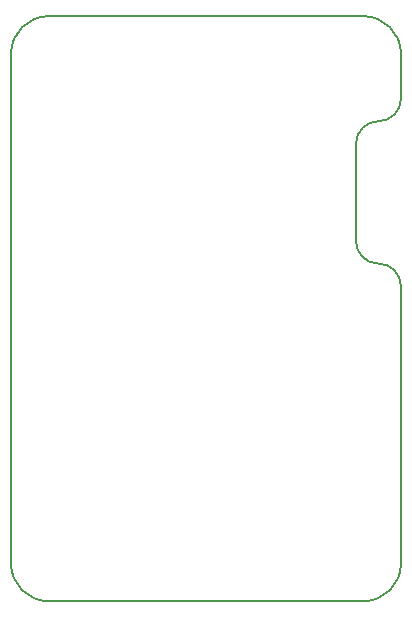
<source format=gbr>
G04 #@! TF.GenerationSoftware,KiCad,Pcbnew,5.1.5*
G04 #@! TF.CreationDate,2020-03-16T00:35:52-04:00*
G04 #@! TF.ProjectId,dot-driver,646f742d-6472-4697-9665-722e6b696361,rev?*
G04 #@! TF.SameCoordinates,Original*
G04 #@! TF.FileFunction,Profile,NP*
%FSLAX46Y46*%
G04 Gerber Fmt 4.6, Leading zero omitted, Abs format (unit mm)*
G04 Created by KiCad (PCBNEW 5.1.5) date 2020-03-16 00:35:52*
%MOMM*%
%LPD*%
G04 APERTURE LIST*
%ADD10C,0.200000*%
G04 APERTURE END LIST*
D10*
X153670000Y-87630000D02*
X153670000Y-95885000D01*
X153670000Y-87630000D02*
G75*
G02X155575000Y-85725000I1905000J0D01*
G01*
X155575000Y-97790000D02*
G75*
G02X153670000Y-95885000I0J1905000D01*
G01*
X155575000Y-97790000D02*
G75*
G02X157480000Y-99695000I0J-1905000D01*
G01*
X157480000Y-83820000D02*
G75*
G02X155575000Y-85725000I-1905000J0D01*
G01*
X157480000Y-99695000D02*
X157480000Y-123190000D01*
X157480000Y-80010000D02*
X157480000Y-83820000D01*
X124460000Y-123190000D02*
X124460000Y-80010000D01*
X154305000Y-76835000D02*
X127635000Y-76835000D01*
X127635000Y-126365000D02*
X154305000Y-126365000D01*
X157480000Y-123190000D02*
G75*
G02X154305000Y-126365000I-3175000J0D01*
G01*
X127635000Y-126365000D02*
G75*
G02X124460000Y-123190000I0J3175000D01*
G01*
X154305000Y-76835000D02*
G75*
G02X157480000Y-80010000I0J-3175000D01*
G01*
X124460000Y-80010000D02*
G75*
G02X127635000Y-76835000I3175000J0D01*
G01*
M02*

</source>
